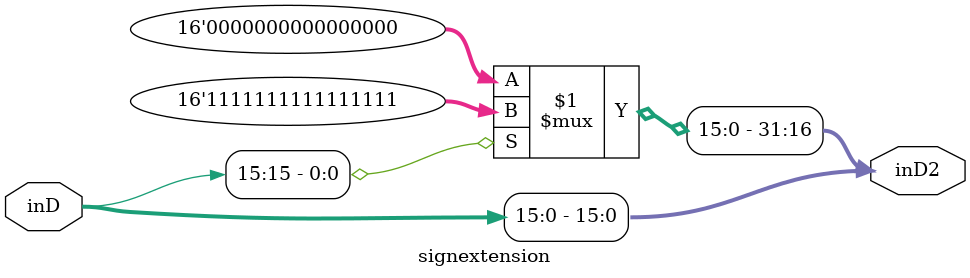
<source format=v>
module signextension(inD,inD2);
input[15:0] inD;
output [31:0] inD2;

	assign inD2[31:16]=(inD[15])?16'hffff:16'h0000;
	assign inD2[15:0]=inD;

endmodule

</source>
